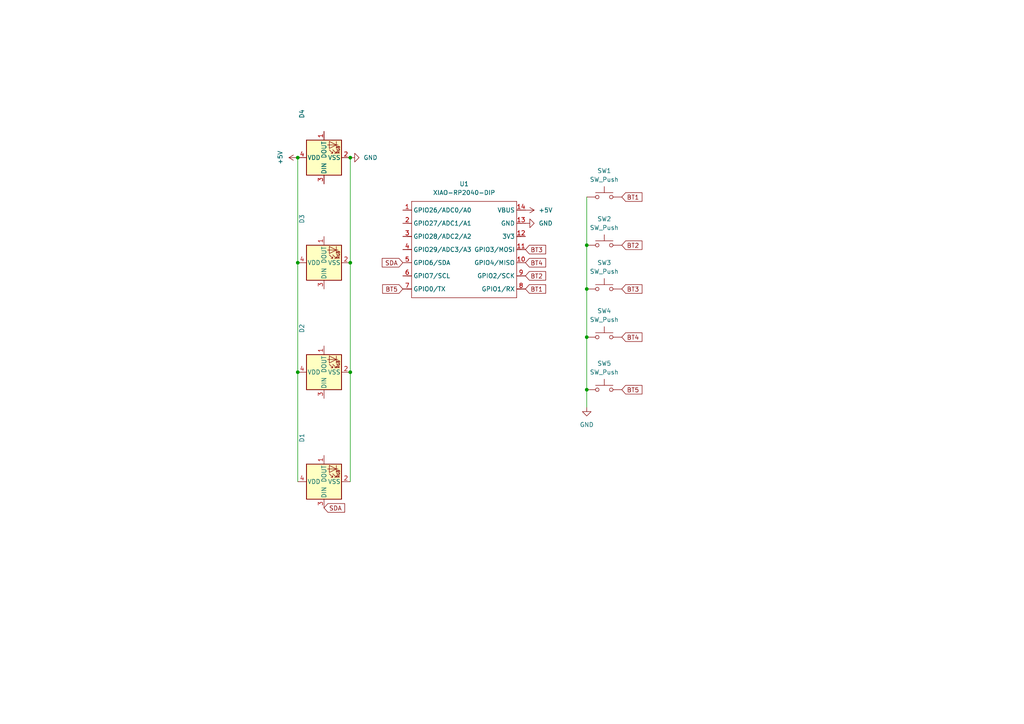
<source format=kicad_sch>
(kicad_sch
	(version 20250114)
	(generator "eeschema")
	(generator_version "9.0")
	(uuid "f557010d-243e-45e5-8303-2dd61c060e0f")
	(paper "A4")
	(lib_symbols
		(symbol "LED:SK6812MINI"
			(pin_names
				(offset 0.254)
			)
			(exclude_from_sim no)
			(in_bom yes)
			(on_board yes)
			(property "Reference" "D"
				(at 5.08 5.715 0)
				(effects
					(font
						(size 1.27 1.27)
					)
					(justify right bottom)
				)
			)
			(property "Value" "SK6812MINI"
				(at 1.27 -5.715 0)
				(effects
					(font
						(size 1.27 1.27)
					)
					(justify left top)
				)
			)
			(property "Footprint" "LED_SMD:LED_SK6812MINI_PLCC4_3.5x3.5mm_P1.75mm"
				(at 1.27 -7.62 0)
				(effects
					(font
						(size 1.27 1.27)
					)
					(justify left top)
					(hide yes)
				)
			)
			(property "Datasheet" "https://cdn-shop.adafruit.com/product-files/2686/SK6812MINI_REV.01-1-2.pdf"
				(at 2.54 -9.525 0)
				(effects
					(font
						(size 1.27 1.27)
					)
					(justify left top)
					(hide yes)
				)
			)
			(property "Description" "RGB LED with integrated controller"
				(at 0 0 0)
				(effects
					(font
						(size 1.27 1.27)
					)
					(hide yes)
				)
			)
			(property "ki_keywords" "RGB LED NeoPixel Mini addressable"
				(at 0 0 0)
				(effects
					(font
						(size 1.27 1.27)
					)
					(hide yes)
				)
			)
			(property "ki_fp_filters" "LED*SK6812MINI*PLCC*3.5x3.5mm*P1.75mm*"
				(at 0 0 0)
				(effects
					(font
						(size 1.27 1.27)
					)
					(hide yes)
				)
			)
			(symbol "SK6812MINI_0_0"
				(text "RGB"
					(at 2.286 -4.191 0)
					(effects
						(font
							(size 0.762 0.762)
						)
					)
				)
			)
			(symbol "SK6812MINI_0_1"
				(polyline
					(pts
						(xy 1.27 -2.54) (xy 1.778 -2.54)
					)
					(stroke
						(width 0)
						(type default)
					)
					(fill
						(type none)
					)
				)
				(polyline
					(pts
						(xy 1.27 -3.556) (xy 1.778 -3.556)
					)
					(stroke
						(width 0)
						(type default)
					)
					(fill
						(type none)
					)
				)
				(polyline
					(pts
						(xy 2.286 -1.524) (xy 1.27 -2.54) (xy 1.27 -2.032)
					)
					(stroke
						(width 0)
						(type default)
					)
					(fill
						(type none)
					)
				)
				(polyline
					(pts
						(xy 2.286 -2.54) (xy 1.27 -3.556) (xy 1.27 -3.048)
					)
					(stroke
						(width 0)
						(type default)
					)
					(fill
						(type none)
					)
				)
				(polyline
					(pts
						(xy 3.683 -1.016) (xy 3.683 -3.556) (xy 3.683 -4.064)
					)
					(stroke
						(width 0)
						(type default)
					)
					(fill
						(type none)
					)
				)
				(polyline
					(pts
						(xy 4.699 -1.524) (xy 2.667 -1.524) (xy 3.683 -3.556) (xy 4.699 -1.524)
					)
					(stroke
						(width 0)
						(type default)
					)
					(fill
						(type none)
					)
				)
				(polyline
					(pts
						(xy 4.699 -3.556) (xy 2.667 -3.556)
					)
					(stroke
						(width 0)
						(type default)
					)
					(fill
						(type none)
					)
				)
				(rectangle
					(start 5.08 5.08)
					(end -5.08 -5.08)
					(stroke
						(width 0.254)
						(type default)
					)
					(fill
						(type background)
					)
				)
			)
			(symbol "SK6812MINI_1_1"
				(pin input line
					(at -7.62 0 0)
					(length 2.54)
					(name "DIN"
						(effects
							(font
								(size 1.27 1.27)
							)
						)
					)
					(number "3"
						(effects
							(font
								(size 1.27 1.27)
							)
						)
					)
				)
				(pin power_in line
					(at 0 7.62 270)
					(length 2.54)
					(name "VDD"
						(effects
							(font
								(size 1.27 1.27)
							)
						)
					)
					(number "4"
						(effects
							(font
								(size 1.27 1.27)
							)
						)
					)
				)
				(pin power_in line
					(at 0 -7.62 90)
					(length 2.54)
					(name "VSS"
						(effects
							(font
								(size 1.27 1.27)
							)
						)
					)
					(number "2"
						(effects
							(font
								(size 1.27 1.27)
							)
						)
					)
				)
				(pin output line
					(at 7.62 0 180)
					(length 2.54)
					(name "DOUT"
						(effects
							(font
								(size 1.27 1.27)
							)
						)
					)
					(number "1"
						(effects
							(font
								(size 1.27 1.27)
							)
						)
					)
				)
			)
			(embedded_fonts no)
		)
		(symbol "Seeed_Studio_XIAO_Series:XIAO-RP2040-DIP"
			(exclude_from_sim no)
			(in_bom yes)
			(on_board yes)
			(property "Reference" "U"
				(at 0 0 0)
				(effects
					(font
						(size 1.27 1.27)
					)
				)
			)
			(property "Value" "XIAO-RP2040-DIP"
				(at 5.334 -1.778 0)
				(effects
					(font
						(size 1.27 1.27)
					)
				)
			)
			(property "Footprint" "Module:MOUDLE14P-XIAO-DIP-SMD"
				(at 14.478 -32.258 0)
				(effects
					(font
						(size 1.27 1.27)
					)
					(hide yes)
				)
			)
			(property "Datasheet" ""
				(at 0 0 0)
				(effects
					(font
						(size 1.27 1.27)
					)
					(hide yes)
				)
			)
			(property "Description" ""
				(at 0 0 0)
				(effects
					(font
						(size 1.27 1.27)
					)
					(hide yes)
				)
			)
			(symbol "XIAO-RP2040-DIP_1_0"
				(polyline
					(pts
						(xy -1.27 -2.54) (xy 29.21 -2.54)
					)
					(stroke
						(width 0.1524)
						(type solid)
					)
					(fill
						(type none)
					)
				)
				(polyline
					(pts
						(xy -1.27 -5.08) (xy -2.54 -5.08)
					)
					(stroke
						(width 0.1524)
						(type solid)
					)
					(fill
						(type none)
					)
				)
				(polyline
					(pts
						(xy -1.27 -5.08) (xy -1.27 -2.54)
					)
					(stroke
						(width 0.1524)
						(type solid)
					)
					(fill
						(type none)
					)
				)
				(polyline
					(pts
						(xy -1.27 -8.89) (xy -2.54 -8.89)
					)
					(stroke
						(width 0.1524)
						(type solid)
					)
					(fill
						(type none)
					)
				)
				(polyline
					(pts
						(xy -1.27 -8.89) (xy -1.27 -5.08)
					)
					(stroke
						(width 0.1524)
						(type solid)
					)
					(fill
						(type none)
					)
				)
				(polyline
					(pts
						(xy -1.27 -12.7) (xy -2.54 -12.7)
					)
					(stroke
						(width 0.1524)
						(type solid)
					)
					(fill
						(type none)
					)
				)
				(polyline
					(pts
						(xy -1.27 -12.7) (xy -1.27 -8.89)
					)
					(stroke
						(width 0.1524)
						(type solid)
					)
					(fill
						(type none)
					)
				)
				(polyline
					(pts
						(xy -1.27 -16.51) (xy -2.54 -16.51)
					)
					(stroke
						(width 0.1524)
						(type solid)
					)
					(fill
						(type none)
					)
				)
				(polyline
					(pts
						(xy -1.27 -16.51) (xy -1.27 -12.7)
					)
					(stroke
						(width 0.1524)
						(type solid)
					)
					(fill
						(type none)
					)
				)
				(polyline
					(pts
						(xy -1.27 -20.32) (xy -2.54 -20.32)
					)
					(stroke
						(width 0.1524)
						(type solid)
					)
					(fill
						(type none)
					)
				)
				(polyline
					(pts
						(xy -1.27 -24.13) (xy -2.54 -24.13)
					)
					(stroke
						(width 0.1524)
						(type solid)
					)
					(fill
						(type none)
					)
				)
				(polyline
					(pts
						(xy -1.27 -27.94) (xy -2.54 -27.94)
					)
					(stroke
						(width 0.1524)
						(type solid)
					)
					(fill
						(type none)
					)
				)
				(polyline
					(pts
						(xy -1.27 -30.48) (xy -1.27 -16.51)
					)
					(stroke
						(width 0.1524)
						(type solid)
					)
					(fill
						(type none)
					)
				)
				(polyline
					(pts
						(xy 29.21 -2.54) (xy 29.21 -5.08)
					)
					(stroke
						(width 0.1524)
						(type solid)
					)
					(fill
						(type none)
					)
				)
				(polyline
					(pts
						(xy 29.21 -5.08) (xy 29.21 -8.89)
					)
					(stroke
						(width 0.1524)
						(type solid)
					)
					(fill
						(type none)
					)
				)
				(polyline
					(pts
						(xy 29.21 -8.89) (xy 29.21 -12.7)
					)
					(stroke
						(width 0.1524)
						(type solid)
					)
					(fill
						(type none)
					)
				)
				(polyline
					(pts
						(xy 29.21 -12.7) (xy 29.21 -30.48)
					)
					(stroke
						(width 0.1524)
						(type solid)
					)
					(fill
						(type none)
					)
				)
				(polyline
					(pts
						(xy 29.21 -30.48) (xy -1.27 -30.48)
					)
					(stroke
						(width 0.1524)
						(type solid)
					)
					(fill
						(type none)
					)
				)
				(polyline
					(pts
						(xy 30.48 -5.08) (xy 29.21 -5.08)
					)
					(stroke
						(width 0.1524)
						(type solid)
					)
					(fill
						(type none)
					)
				)
				(polyline
					(pts
						(xy 30.48 -8.89) (xy 29.21 -8.89)
					)
					(stroke
						(width 0.1524)
						(type solid)
					)
					(fill
						(type none)
					)
				)
				(polyline
					(pts
						(xy 30.48 -12.7) (xy 29.21 -12.7)
					)
					(stroke
						(width 0.1524)
						(type solid)
					)
					(fill
						(type none)
					)
				)
				(polyline
					(pts
						(xy 30.48 -16.51) (xy 29.21 -16.51)
					)
					(stroke
						(width 0.1524)
						(type solid)
					)
					(fill
						(type none)
					)
				)
				(polyline
					(pts
						(xy 30.48 -20.32) (xy 29.21 -20.32)
					)
					(stroke
						(width 0.1524)
						(type solid)
					)
					(fill
						(type none)
					)
				)
				(polyline
					(pts
						(xy 30.48 -24.13) (xy 29.21 -24.13)
					)
					(stroke
						(width 0.1524)
						(type solid)
					)
					(fill
						(type none)
					)
				)
				(polyline
					(pts
						(xy 30.48 -27.94) (xy 29.21 -27.94)
					)
					(stroke
						(width 0.1524)
						(type solid)
					)
					(fill
						(type none)
					)
				)
				(pin passive line
					(at -3.81 -5.08 0)
					(length 2.54)
					(name "GPIO26/ADC0/A0"
						(effects
							(font
								(size 1.27 1.27)
							)
						)
					)
					(number "1"
						(effects
							(font
								(size 1.27 1.27)
							)
						)
					)
				)
				(pin passive line
					(at -3.81 -8.89 0)
					(length 2.54)
					(name "GPIO27/ADC1/A1"
						(effects
							(font
								(size 1.27 1.27)
							)
						)
					)
					(number "2"
						(effects
							(font
								(size 1.27 1.27)
							)
						)
					)
				)
				(pin passive line
					(at -3.81 -12.7 0)
					(length 2.54)
					(name "GPIO28/ADC2/A2"
						(effects
							(font
								(size 1.27 1.27)
							)
						)
					)
					(number "3"
						(effects
							(font
								(size 1.27 1.27)
							)
						)
					)
				)
				(pin passive line
					(at -3.81 -16.51 0)
					(length 2.54)
					(name "GPIO29/ADC3/A3"
						(effects
							(font
								(size 1.27 1.27)
							)
						)
					)
					(number "4"
						(effects
							(font
								(size 1.27 1.27)
							)
						)
					)
				)
				(pin passive line
					(at -3.81 -20.32 0)
					(length 2.54)
					(name "GPIO6/SDA"
						(effects
							(font
								(size 1.27 1.27)
							)
						)
					)
					(number "5"
						(effects
							(font
								(size 1.27 1.27)
							)
						)
					)
				)
				(pin passive line
					(at -3.81 -24.13 0)
					(length 2.54)
					(name "GPIO7/SCL"
						(effects
							(font
								(size 1.27 1.27)
							)
						)
					)
					(number "6"
						(effects
							(font
								(size 1.27 1.27)
							)
						)
					)
				)
				(pin passive line
					(at -3.81 -27.94 0)
					(length 2.54)
					(name "GPIO0/TX"
						(effects
							(font
								(size 1.27 1.27)
							)
						)
					)
					(number "7"
						(effects
							(font
								(size 1.27 1.27)
							)
						)
					)
				)
				(pin passive line
					(at 31.75 -5.08 180)
					(length 2.54)
					(name "VBUS"
						(effects
							(font
								(size 1.27 1.27)
							)
						)
					)
					(number "14"
						(effects
							(font
								(size 1.27 1.27)
							)
						)
					)
				)
				(pin passive line
					(at 31.75 -8.89 180)
					(length 2.54)
					(name "GND"
						(effects
							(font
								(size 1.27 1.27)
							)
						)
					)
					(number "13"
						(effects
							(font
								(size 1.27 1.27)
							)
						)
					)
				)
				(pin passive line
					(at 31.75 -12.7 180)
					(length 2.54)
					(name "3V3"
						(effects
							(font
								(size 1.27 1.27)
							)
						)
					)
					(number "12"
						(effects
							(font
								(size 1.27 1.27)
							)
						)
					)
				)
				(pin passive line
					(at 31.75 -16.51 180)
					(length 2.54)
					(name "GPIO3/MOSI"
						(effects
							(font
								(size 1.27 1.27)
							)
						)
					)
					(number "11"
						(effects
							(font
								(size 1.27 1.27)
							)
						)
					)
				)
				(pin passive line
					(at 31.75 -20.32 180)
					(length 2.54)
					(name "GPIO4/MISO"
						(effects
							(font
								(size 1.27 1.27)
							)
						)
					)
					(number "10"
						(effects
							(font
								(size 1.27 1.27)
							)
						)
					)
				)
				(pin passive line
					(at 31.75 -24.13 180)
					(length 2.54)
					(name "GPIO2/SCK"
						(effects
							(font
								(size 1.27 1.27)
							)
						)
					)
					(number "9"
						(effects
							(font
								(size 1.27 1.27)
							)
						)
					)
				)
				(pin passive line
					(at 31.75 -27.94 180)
					(length 2.54)
					(name "GPIO1/RX"
						(effects
							(font
								(size 1.27 1.27)
							)
						)
					)
					(number "8"
						(effects
							(font
								(size 1.27 1.27)
							)
						)
					)
				)
			)
			(embedded_fonts no)
		)
		(symbol "Switch:SW_Push"
			(pin_numbers
				(hide yes)
			)
			(pin_names
				(offset 1.016)
				(hide yes)
			)
			(exclude_from_sim no)
			(in_bom yes)
			(on_board yes)
			(property "Reference" "SW"
				(at 1.27 2.54 0)
				(effects
					(font
						(size 1.27 1.27)
					)
					(justify left)
				)
			)
			(property "Value" "SW_Push"
				(at 0 -1.524 0)
				(effects
					(font
						(size 1.27 1.27)
					)
				)
			)
			(property "Footprint" ""
				(at 0 5.08 0)
				(effects
					(font
						(size 1.27 1.27)
					)
					(hide yes)
				)
			)
			(property "Datasheet" "~"
				(at 0 5.08 0)
				(effects
					(font
						(size 1.27 1.27)
					)
					(hide yes)
				)
			)
			(property "Description" "Push button switch, generic, two pins"
				(at 0 0 0)
				(effects
					(font
						(size 1.27 1.27)
					)
					(hide yes)
				)
			)
			(property "ki_keywords" "switch normally-open pushbutton push-button"
				(at 0 0 0)
				(effects
					(font
						(size 1.27 1.27)
					)
					(hide yes)
				)
			)
			(symbol "SW_Push_0_1"
				(circle
					(center -2.032 0)
					(radius 0.508)
					(stroke
						(width 0)
						(type default)
					)
					(fill
						(type none)
					)
				)
				(polyline
					(pts
						(xy 0 1.27) (xy 0 3.048)
					)
					(stroke
						(width 0)
						(type default)
					)
					(fill
						(type none)
					)
				)
				(circle
					(center 2.032 0)
					(radius 0.508)
					(stroke
						(width 0)
						(type default)
					)
					(fill
						(type none)
					)
				)
				(polyline
					(pts
						(xy 2.54 1.27) (xy -2.54 1.27)
					)
					(stroke
						(width 0)
						(type default)
					)
					(fill
						(type none)
					)
				)
				(pin passive line
					(at -5.08 0 0)
					(length 2.54)
					(name "1"
						(effects
							(font
								(size 1.27 1.27)
							)
						)
					)
					(number "1"
						(effects
							(font
								(size 1.27 1.27)
							)
						)
					)
				)
				(pin passive line
					(at 5.08 0 180)
					(length 2.54)
					(name "2"
						(effects
							(font
								(size 1.27 1.27)
							)
						)
					)
					(number "2"
						(effects
							(font
								(size 1.27 1.27)
							)
						)
					)
				)
			)
			(embedded_fonts no)
		)
		(symbol "power:+5V"
			(power)
			(pin_numbers
				(hide yes)
			)
			(pin_names
				(offset 0)
				(hide yes)
			)
			(exclude_from_sim no)
			(in_bom yes)
			(on_board yes)
			(property "Reference" "#PWR"
				(at 0 -3.81 0)
				(effects
					(font
						(size 1.27 1.27)
					)
					(hide yes)
				)
			)
			(property "Value" "+5V"
				(at 0 3.556 0)
				(effects
					(font
						(size 1.27 1.27)
					)
				)
			)
			(property "Footprint" ""
				(at 0 0 0)
				(effects
					(font
						(size 1.27 1.27)
					)
					(hide yes)
				)
			)
			(property "Datasheet" ""
				(at 0 0 0)
				(effects
					(font
						(size 1.27 1.27)
					)
					(hide yes)
				)
			)
			(property "Description" "Power symbol creates a global label with name \"+5V\""
				(at 0 0 0)
				(effects
					(font
						(size 1.27 1.27)
					)
					(hide yes)
				)
			)
			(property "ki_keywords" "global power"
				(at 0 0 0)
				(effects
					(font
						(size 1.27 1.27)
					)
					(hide yes)
				)
			)
			(symbol "+5V_0_1"
				(polyline
					(pts
						(xy -0.762 1.27) (xy 0 2.54)
					)
					(stroke
						(width 0)
						(type default)
					)
					(fill
						(type none)
					)
				)
				(polyline
					(pts
						(xy 0 2.54) (xy 0.762 1.27)
					)
					(stroke
						(width 0)
						(type default)
					)
					(fill
						(type none)
					)
				)
				(polyline
					(pts
						(xy 0 0) (xy 0 2.54)
					)
					(stroke
						(width 0)
						(type default)
					)
					(fill
						(type none)
					)
				)
			)
			(symbol "+5V_1_1"
				(pin power_in line
					(at 0 0 90)
					(length 0)
					(name "~"
						(effects
							(font
								(size 1.27 1.27)
							)
						)
					)
					(number "1"
						(effects
							(font
								(size 1.27 1.27)
							)
						)
					)
				)
			)
			(embedded_fonts no)
		)
		(symbol "power:GND"
			(power)
			(pin_numbers
				(hide yes)
			)
			(pin_names
				(offset 0)
				(hide yes)
			)
			(exclude_from_sim no)
			(in_bom yes)
			(on_board yes)
			(property "Reference" "#PWR"
				(at 0 -6.35 0)
				(effects
					(font
						(size 1.27 1.27)
					)
					(hide yes)
				)
			)
			(property "Value" "GND"
				(at 0 -3.81 0)
				(effects
					(font
						(size 1.27 1.27)
					)
				)
			)
			(property "Footprint" ""
				(at 0 0 0)
				(effects
					(font
						(size 1.27 1.27)
					)
					(hide yes)
				)
			)
			(property "Datasheet" ""
				(at 0 0 0)
				(effects
					(font
						(size 1.27 1.27)
					)
					(hide yes)
				)
			)
			(property "Description" "Power symbol creates a global label with name \"GND\" , ground"
				(at 0 0 0)
				(effects
					(font
						(size 1.27 1.27)
					)
					(hide yes)
				)
			)
			(property "ki_keywords" "global power"
				(at 0 0 0)
				(effects
					(font
						(size 1.27 1.27)
					)
					(hide yes)
				)
			)
			(symbol "GND_0_1"
				(polyline
					(pts
						(xy 0 0) (xy 0 -1.27) (xy 1.27 -1.27) (xy 0 -2.54) (xy -1.27 -1.27) (xy 0 -1.27)
					)
					(stroke
						(width 0)
						(type default)
					)
					(fill
						(type none)
					)
				)
			)
			(symbol "GND_1_1"
				(pin power_in line
					(at 0 0 270)
					(length 0)
					(name "~"
						(effects
							(font
								(size 1.27 1.27)
							)
						)
					)
					(number "1"
						(effects
							(font
								(size 1.27 1.27)
							)
						)
					)
				)
			)
			(embedded_fonts no)
		)
	)
	(junction
		(at 170.18 113.03)
		(diameter 0)
		(color 0 0 0 0)
		(uuid "32455643-b7a1-48f8-a2cf-7aa69c552a47")
	)
	(junction
		(at 170.18 97.79)
		(diameter 0)
		(color 0 0 0 0)
		(uuid "79f3fd07-5362-4f82-a64e-c41e7055d6e3")
	)
	(junction
		(at 101.6 76.2)
		(diameter 0)
		(color 0 0 0 0)
		(uuid "7de309ed-9414-4b2a-8e10-a9667241ace5")
	)
	(junction
		(at 86.36 107.95)
		(diameter 0)
		(color 0 0 0 0)
		(uuid "9734ca7b-d1e8-4ead-a9b7-e392493dd43e")
	)
	(junction
		(at 86.36 45.72)
		(diameter 0)
		(color 0 0 0 0)
		(uuid "bba7d699-1d28-4d0a-9362-b853e01717f8")
	)
	(junction
		(at 170.18 83.82)
		(diameter 0)
		(color 0 0 0 0)
		(uuid "becf8510-b92d-4558-b495-9416cdd8f20c")
	)
	(junction
		(at 86.36 76.2)
		(diameter 0)
		(color 0 0 0 0)
		(uuid "bedbb56c-33af-44f4-b02d-501cf27a9617")
	)
	(junction
		(at 170.18 71.12)
		(diameter 0)
		(color 0 0 0 0)
		(uuid "d2cde133-2090-4e75-8ab9-481b41b32ae8")
	)
	(junction
		(at 101.6 45.72)
		(diameter 0)
		(color 0 0 0 0)
		(uuid "db5f8b7f-eab6-4f92-a722-09916b665f9f")
	)
	(junction
		(at 101.6 107.95)
		(diameter 0)
		(color 0 0 0 0)
		(uuid "f7bc7366-2e0c-465b-9e18-c7fe7e3a154e")
	)
	(wire
		(pts
			(xy 170.18 71.12) (xy 170.18 83.82)
		)
		(stroke
			(width 0)
			(type default)
		)
		(uuid "0248782c-45c6-4909-9914-c38782ec36f2")
	)
	(wire
		(pts
			(xy 170.18 113.03) (xy 170.18 118.11)
		)
		(stroke
			(width 0)
			(type default)
		)
		(uuid "0c3fb72d-f84d-42b5-ad01-7b2ee3675772")
	)
	(wire
		(pts
			(xy 101.6 139.7) (xy 101.6 107.95)
		)
		(stroke
			(width 0)
			(type default)
		)
		(uuid "16de28cc-ed1f-430f-b58b-104948e705d2")
	)
	(wire
		(pts
			(xy 170.18 57.15) (xy 170.18 71.12)
		)
		(stroke
			(width 0)
			(type default)
		)
		(uuid "1aa1b6db-12a0-40d1-9ad2-638048ac8cb8")
	)
	(wire
		(pts
			(xy 101.6 76.2) (xy 101.6 45.72)
		)
		(stroke
			(width 0)
			(type default)
		)
		(uuid "873c1ddc-e28d-4bf8-96b6-8df48c23e7db")
	)
	(wire
		(pts
			(xy 170.18 97.79) (xy 170.18 113.03)
		)
		(stroke
			(width 0)
			(type default)
		)
		(uuid "8d4f12be-8f97-4514-a160-31fe08ff13b9")
	)
	(wire
		(pts
			(xy 170.18 83.82) (xy 170.18 97.79)
		)
		(stroke
			(width 0)
			(type default)
		)
		(uuid "c0eee1a0-3bac-4144-80b4-b383e92bdb73")
	)
	(wire
		(pts
			(xy 101.6 107.95) (xy 101.6 76.2)
		)
		(stroke
			(width 0)
			(type default)
		)
		(uuid "c2ace2cb-4870-41e1-8a2c-7b4d27c2bb4c")
	)
	(wire
		(pts
			(xy 86.36 107.95) (xy 86.36 76.2)
		)
		(stroke
			(width 0)
			(type default)
		)
		(uuid "cc0be8d1-1f41-4177-ba81-8c634c7a9b6f")
	)
	(wire
		(pts
			(xy 86.36 139.7) (xy 86.36 107.95)
		)
		(stroke
			(width 0)
			(type default)
		)
		(uuid "d5b8f3b6-8abe-4ec2-8bb0-fecf85160228")
	)
	(wire
		(pts
			(xy 86.36 76.2) (xy 86.36 45.72)
		)
		(stroke
			(width 0)
			(type default)
		)
		(uuid "fea24c62-eed0-4373-9d8e-3e9a26a62689")
	)
	(global_label "SDA"
		(shape input)
		(at 116.84 76.2 180)
		(fields_autoplaced yes)
		(effects
			(font
				(size 1.27 1.27)
			)
			(justify right)
		)
		(uuid "0ca02632-8be9-41e7-9b60-7904fd175965")
		(property "Intersheetrefs" "${INTERSHEET_REFS}"
			(at 110.2867 76.2 0)
			(effects
				(font
					(size 1.27 1.27)
				)
				(justify right)
				(hide yes)
			)
		)
	)
	(global_label "BT3"
		(shape input)
		(at 152.4 72.39 0)
		(fields_autoplaced yes)
		(effects
			(font
				(size 1.27 1.27)
			)
			(justify left)
		)
		(uuid "15a97de4-6dff-47ef-98dc-df0d6c9cd2a3")
		(property "Intersheetrefs" "${INTERSHEET_REFS}"
			(at 158.8323 72.39 0)
			(effects
				(font
					(size 1.27 1.27)
				)
				(justify left)
				(hide yes)
			)
		)
	)
	(global_label "BT4"
		(shape input)
		(at 180.34 97.79 0)
		(fields_autoplaced yes)
		(effects
			(font
				(size 1.27 1.27)
			)
			(justify left)
		)
		(uuid "2f04fae5-9df0-4db0-8192-6ee19d8ad0dd")
		(property "Intersheetrefs" "${INTERSHEET_REFS}"
			(at 186.7723 97.79 0)
			(effects
				(font
					(size 1.27 1.27)
				)
				(justify left)
				(hide yes)
			)
		)
	)
	(global_label "BT3"
		(shape input)
		(at 180.34 83.82 0)
		(fields_autoplaced yes)
		(effects
			(font
				(size 1.27 1.27)
			)
			(justify left)
		)
		(uuid "35da7e6c-e866-4681-94fc-605d07473770")
		(property "Intersheetrefs" "${INTERSHEET_REFS}"
			(at 186.7723 83.82 0)
			(effects
				(font
					(size 1.27 1.27)
				)
				(justify left)
				(hide yes)
			)
		)
	)
	(global_label "BT2"
		(shape input)
		(at 152.4 80.01 0)
		(fields_autoplaced yes)
		(effects
			(font
				(size 1.27 1.27)
			)
			(justify left)
		)
		(uuid "3f0a4587-7c5c-4239-9bd3-5fb129a28915")
		(property "Intersheetrefs" "${INTERSHEET_REFS}"
			(at 158.8323 80.01 0)
			(effects
				(font
					(size 1.27 1.27)
				)
				(justify left)
				(hide yes)
			)
		)
	)
	(global_label "BT4"
		(shape input)
		(at 152.4 76.2 0)
		(fields_autoplaced yes)
		(effects
			(font
				(size 1.27 1.27)
			)
			(justify left)
		)
		(uuid "61cb5bee-6e41-4d68-bf43-53fdd2330152")
		(property "Intersheetrefs" "${INTERSHEET_REFS}"
			(at 158.8323 76.2 0)
			(effects
				(font
					(size 1.27 1.27)
				)
				(justify left)
				(hide yes)
			)
		)
	)
	(global_label "BT5"
		(shape input)
		(at 116.84 83.82 180)
		(fields_autoplaced yes)
		(effects
			(font
				(size 1.27 1.27)
			)
			(justify right)
		)
		(uuid "91b66a23-8039-44b7-a967-d0967ed1cfc5")
		(property "Intersheetrefs" "${INTERSHEET_REFS}"
			(at 110.4077 83.82 0)
			(effects
				(font
					(size 1.27 1.27)
				)
				(justify right)
				(hide yes)
			)
		)
	)
	(global_label "BT5"
		(shape input)
		(at 180.34 113.03 0)
		(fields_autoplaced yes)
		(effects
			(font
				(size 1.27 1.27)
			)
			(justify left)
		)
		(uuid "c52e8aaf-9903-4c4f-8ec0-5880c97d7932")
		(property "Intersheetrefs" "${INTERSHEET_REFS}"
			(at 186.7723 113.03 0)
			(effects
				(font
					(size 1.27 1.27)
				)
				(justify left)
				(hide yes)
			)
		)
	)
	(global_label "BT2"
		(shape input)
		(at 180.34 71.12 0)
		(fields_autoplaced yes)
		(effects
			(font
				(size 1.27 1.27)
			)
			(justify left)
		)
		(uuid "cca40634-de47-4ea4-92c5-f30a1b699a88")
		(property "Intersheetrefs" "${INTERSHEET_REFS}"
			(at 186.7723 71.12 0)
			(effects
				(font
					(size 1.27 1.27)
				)
				(justify left)
				(hide yes)
			)
		)
	)
	(global_label "BT1"
		(shape input)
		(at 152.4 83.82 0)
		(fields_autoplaced yes)
		(effects
			(font
				(size 1.27 1.27)
			)
			(justify left)
		)
		(uuid "f420952a-0ff0-4cac-b0ed-12d576bfd0c4")
		(property "Intersheetrefs" "${INTERSHEET_REFS}"
			(at 158.8323 83.82 0)
			(effects
				(font
					(size 1.27 1.27)
				)
				(justify left)
				(hide yes)
			)
		)
	)
	(global_label "SDA"
		(shape input)
		(at 93.98 147.32 0)
		(fields_autoplaced yes)
		(effects
			(font
				(size 1.27 1.27)
			)
			(justify left)
		)
		(uuid "f4406a6a-f6f1-4084-9f2c-9d0cf54f85fd")
		(property "Intersheetrefs" "${INTERSHEET_REFS}"
			(at 100.5333 147.32 0)
			(effects
				(font
					(size 1.27 1.27)
				)
				(justify left)
				(hide yes)
			)
		)
	)
	(global_label "BT1"
		(shape input)
		(at 180.34 57.15 0)
		(fields_autoplaced yes)
		(effects
			(font
				(size 1.27 1.27)
			)
			(justify left)
		)
		(uuid "f4b39482-b063-4203-acf1-028e03419ea2")
		(property "Intersheetrefs" "${INTERSHEET_REFS}"
			(at 186.7723 57.15 0)
			(effects
				(font
					(size 1.27 1.27)
				)
				(justify left)
				(hide yes)
			)
		)
	)
	(symbol
		(lib_id "LED:SK6812MINI")
		(at 93.98 45.72 90)
		(unit 1)
		(exclude_from_sim no)
		(in_bom yes)
		(on_board yes)
		(dnp no)
		(fields_autoplaced yes)
		(uuid "13b4f5ed-716d-44ec-8c22-f66f0817ba0d")
		(property "Reference" "D4"
			(at 87.5598 33.02 0)
			(effects
				(font
					(size 1.27 1.27)
				)
			)
		)
		(property "Value" "SK6812MINI"
			(at 90.0998 33.02 0)
			(effects
				(font
					(size 1.27 1.27)
				)
				(hide yes)
			)
		)
		(property "Footprint" "LED_SMD:LED_SK6812MINI_PLCC4_3.5x3.5mm_P1.75mm"
			(at 101.6 44.45 0)
			(effects
				(font
					(size 1.27 1.27)
				)
				(justify left top)
				(hide yes)
			)
		)
		(property "Datasheet" "https://cdn-shop.adafruit.com/product-files/2686/SK6812MINI_REV.01-1-2.pdf"
			(at 103.505 43.18 0)
			(effects
				(font
					(size 1.27 1.27)
				)
				(justify left top)
				(hide yes)
			)
		)
		(property "Description" "RGB LED with integrated controller"
			(at 93.98 45.72 0)
			(effects
				(font
					(size 1.27 1.27)
				)
				(hide yes)
			)
		)
		(pin "4"
			(uuid "f77483ed-7089-44e4-b24c-8187b0f078c0")
		)
		(pin "2"
			(uuid "6d6db134-f14f-49ee-b853-d6858613950a")
		)
		(pin "3"
			(uuid "70d4fd90-9602-42cb-b179-1f8ab94c7d23")
		)
		(pin "1"
			(uuid "35679230-ee6e-4f14-9a13-31997db772ed")
		)
		(instances
			(project "TotemPad"
				(path "/f557010d-243e-45e5-8303-2dd61c060e0f"
					(reference "D4")
					(unit 1)
				)
			)
		)
	)
	(symbol
		(lib_id "LED:SK6812MINI")
		(at 93.98 139.7 90)
		(unit 1)
		(exclude_from_sim no)
		(in_bom yes)
		(on_board yes)
		(dnp no)
		(fields_autoplaced yes)
		(uuid "1a9340c2-fc45-4206-a769-84abc497d548")
		(property "Reference" "D1"
			(at 87.5598 127 0)
			(effects
				(font
					(size 1.27 1.27)
				)
			)
		)
		(property "Value" "SK6812MINI"
			(at 90.0998 127 0)
			(effects
				(font
					(size 1.27 1.27)
				)
				(hide yes)
			)
		)
		(property "Footprint" "LED_SMD:LED_SK6812MINI_PLCC4_3.5x3.5mm_P1.75mm"
			(at 101.6 138.43 0)
			(effects
				(font
					(size 1.27 1.27)
				)
				(justify left top)
				(hide yes)
			)
		)
		(property "Datasheet" "https://cdn-shop.adafruit.com/product-files/2686/SK6812MINI_REV.01-1-2.pdf"
			(at 103.505 137.16 0)
			(effects
				(font
					(size 1.27 1.27)
				)
				(justify left top)
				(hide yes)
			)
		)
		(property "Description" "RGB LED with integrated controller"
			(at 93.98 139.7 0)
			(effects
				(font
					(size 1.27 1.27)
				)
				(hide yes)
			)
		)
		(pin "4"
			(uuid "da0316ca-980b-4b6d-8517-c25f28e577a0")
		)
		(pin "2"
			(uuid "2e8bf9f0-842c-408a-95ff-f3340601930d")
		)
		(pin "3"
			(uuid "dd86bac8-0b70-4897-95f5-4c022d2ce0c2")
		)
		(pin "1"
			(uuid "5c5801a3-8c8d-4854-ab68-857557a1a4f7")
		)
		(instances
			(project ""
				(path "/f557010d-243e-45e5-8303-2dd61c060e0f"
					(reference "D1")
					(unit 1)
				)
			)
		)
	)
	(symbol
		(lib_id "power:GND")
		(at 152.4 64.77 90)
		(unit 1)
		(exclude_from_sim no)
		(in_bom yes)
		(on_board yes)
		(dnp no)
		(fields_autoplaced yes)
		(uuid "2522a80c-952e-4c2c-9654-6b78c70a7368")
		(property "Reference" "#PWR04"
			(at 158.75 64.77 0)
			(effects
				(font
					(size 1.27 1.27)
				)
				(hide yes)
			)
		)
		(property "Value" "GND"
			(at 156.21 64.7699 90)
			(effects
				(font
					(size 1.27 1.27)
				)
				(justify right)
			)
		)
		(property "Footprint" ""
			(at 152.4 64.77 0)
			(effects
				(font
					(size 1.27 1.27)
				)
				(hide yes)
			)
		)
		(property "Datasheet" ""
			(at 152.4 64.77 0)
			(effects
				(font
					(size 1.27 1.27)
				)
				(hide yes)
			)
		)
		(property "Description" "Power symbol creates a global label with name \"GND\" , ground"
			(at 152.4 64.77 0)
			(effects
				(font
					(size 1.27 1.27)
				)
				(hide yes)
			)
		)
		(pin "1"
			(uuid "c3b33191-7559-49b8-a56a-b53442939cf2")
		)
		(instances
			(project ""
				(path "/f557010d-243e-45e5-8303-2dd61c060e0f"
					(reference "#PWR04")
					(unit 1)
				)
			)
		)
	)
	(symbol
		(lib_id "power:GND")
		(at 170.18 118.11 0)
		(unit 1)
		(exclude_from_sim no)
		(in_bom yes)
		(on_board yes)
		(dnp no)
		(fields_autoplaced yes)
		(uuid "298f0105-e9ea-43c0-9cbf-45f7dac9decb")
		(property "Reference" "#PWR03"
			(at 170.18 124.46 0)
			(effects
				(font
					(size 1.27 1.27)
				)
				(hide yes)
			)
		)
		(property "Value" "GND"
			(at 170.18 123.19 0)
			(effects
				(font
					(size 1.27 1.27)
				)
			)
		)
		(property "Footprint" ""
			(at 170.18 118.11 0)
			(effects
				(font
					(size 1.27 1.27)
				)
				(hide yes)
			)
		)
		(property "Datasheet" ""
			(at 170.18 118.11 0)
			(effects
				(font
					(size 1.27 1.27)
				)
				(hide yes)
			)
		)
		(property "Description" "Power symbol creates a global label with name \"GND\" , ground"
			(at 170.18 118.11 0)
			(effects
				(font
					(size 1.27 1.27)
				)
				(hide yes)
			)
		)
		(pin "1"
			(uuid "73f14dfc-684f-4bb7-abf1-c9c817797d9c")
		)
		(instances
			(project ""
				(path "/f557010d-243e-45e5-8303-2dd61c060e0f"
					(reference "#PWR03")
					(unit 1)
				)
			)
		)
	)
	(symbol
		(lib_id "Switch:SW_Push")
		(at 175.26 83.82 0)
		(unit 1)
		(exclude_from_sim no)
		(in_bom yes)
		(on_board yes)
		(dnp no)
		(fields_autoplaced yes)
		(uuid "29b96111-9da9-4196-b5df-3699c7c3171e")
		(property "Reference" "SW3"
			(at 175.26 76.2 0)
			(effects
				(font
					(size 1.27 1.27)
				)
			)
		)
		(property "Value" "SW_Push"
			(at 175.26 78.74 0)
			(effects
				(font
					(size 1.27 1.27)
				)
			)
		)
		(property "Footprint" "Button_Switch_Keyboard:SW_Cherry_MX_1.00u_PCB"
			(at 175.26 78.74 0)
			(effects
				(font
					(size 1.27 1.27)
				)
				(hide yes)
			)
		)
		(property "Datasheet" "~"
			(at 175.26 78.74 0)
			(effects
				(font
					(size 1.27 1.27)
				)
				(hide yes)
			)
		)
		(property "Description" "Push button switch, generic, two pins"
			(at 175.26 83.82 0)
			(effects
				(font
					(size 1.27 1.27)
				)
				(hide yes)
			)
		)
		(pin "2"
			(uuid "199ba846-a72b-420b-9bb1-d0be5b41f2ff")
		)
		(pin "1"
			(uuid "5411b3c2-9f5c-4cb9-8113-968f19c82b26")
		)
		(instances
			(project "TotemPad"
				(path "/f557010d-243e-45e5-8303-2dd61c060e0f"
					(reference "SW3")
					(unit 1)
				)
			)
		)
	)
	(symbol
		(lib_id "Switch:SW_Push")
		(at 175.26 57.15 0)
		(unit 1)
		(exclude_from_sim no)
		(in_bom yes)
		(on_board yes)
		(dnp no)
		(fields_autoplaced yes)
		(uuid "3f66aa48-cdac-4d37-a48d-2a370a1aaf53")
		(property "Reference" "SW1"
			(at 175.26 49.53 0)
			(effects
				(font
					(size 1.27 1.27)
				)
			)
		)
		(property "Value" "SW_Push"
			(at 175.26 52.07 0)
			(effects
				(font
					(size 1.27 1.27)
				)
			)
		)
		(property "Footprint" "Button_Switch_Keyboard:SW_Cherry_MX_1.00u_PCB"
			(at 175.26 52.07 0)
			(effects
				(font
					(size 1.27 1.27)
				)
				(hide yes)
			)
		)
		(property "Datasheet" "~"
			(at 175.26 52.07 0)
			(effects
				(font
					(size 1.27 1.27)
				)
				(hide yes)
			)
		)
		(property "Description" "Push button switch, generic, two pins"
			(at 175.26 57.15 0)
			(effects
				(font
					(size 1.27 1.27)
				)
				(hide yes)
			)
		)
		(pin "2"
			(uuid "6b7f2753-0291-4171-b743-b981c16ea67d")
		)
		(pin "1"
			(uuid "de3d5bef-13d2-4ad2-aa04-bb41354c9173")
		)
		(instances
			(project ""
				(path "/f557010d-243e-45e5-8303-2dd61c060e0f"
					(reference "SW1")
					(unit 1)
				)
			)
		)
	)
	(symbol
		(lib_id "power:+5V")
		(at 86.36 45.72 90)
		(unit 1)
		(exclude_from_sim no)
		(in_bom yes)
		(on_board yes)
		(dnp no)
		(fields_autoplaced yes)
		(uuid "49cd3ff2-ea36-4f67-90c0-5fbaac15d6aa")
		(property "Reference" "#PWR02"
			(at 90.17 45.72 0)
			(effects
				(font
					(size 1.27 1.27)
				)
				(hide yes)
			)
		)
		(property "Value" "+5V"
			(at 81.28 45.72 0)
			(effects
				(font
					(size 1.27 1.27)
				)
			)
		)
		(property "Footprint" ""
			(at 86.36 45.72 0)
			(effects
				(font
					(size 1.27 1.27)
				)
				(hide yes)
			)
		)
		(property "Datasheet" ""
			(at 86.36 45.72 0)
			(effects
				(font
					(size 1.27 1.27)
				)
				(hide yes)
			)
		)
		(property "Description" "Power symbol creates a global label with name \"+5V\""
			(at 86.36 45.72 0)
			(effects
				(font
					(size 1.27 1.27)
				)
				(hide yes)
			)
		)
		(pin "1"
			(uuid "36e0fdd7-ed78-43ff-9607-e8cafdea01b8")
		)
		(instances
			(project "TotemPad"
				(path "/f557010d-243e-45e5-8303-2dd61c060e0f"
					(reference "#PWR02")
					(unit 1)
				)
			)
		)
	)
	(symbol
		(lib_id "LED:SK6812MINI")
		(at 93.98 76.2 90)
		(unit 1)
		(exclude_from_sim no)
		(in_bom yes)
		(on_board yes)
		(dnp no)
		(fields_autoplaced yes)
		(uuid "5a93de79-f75a-4006-a05b-b7a312d582fa")
		(property "Reference" "D3"
			(at 87.5598 63.5 0)
			(effects
				(font
					(size 1.27 1.27)
				)
			)
		)
		(property "Value" "SK6812MINI"
			(at 90.0998 63.5 0)
			(effects
				(font
					(size 1.27 1.27)
				)
				(hide yes)
			)
		)
		(property "Footprint" "LED_SMD:LED_SK6812MINI_PLCC4_3.5x3.5mm_P1.75mm"
			(at 101.6 74.93 0)
			(effects
				(font
					(size 1.27 1.27)
				)
				(justify left top)
				(hide yes)
			)
		)
		(property "Datasheet" "https://cdn-shop.adafruit.com/product-files/2686/SK6812MINI_REV.01-1-2.pdf"
			(at 103.505 73.66 0)
			(effects
				(font
					(size 1.27 1.27)
				)
				(justify left top)
				(hide yes)
			)
		)
		(property "Description" "RGB LED with integrated controller"
			(at 93.98 76.2 0)
			(effects
				(font
					(size 1.27 1.27)
				)
				(hide yes)
			)
		)
		(pin "4"
			(uuid "d264899e-5566-4d31-b896-f81ea1f2ad59")
		)
		(pin "2"
			(uuid "bc6f330a-c9f8-41e5-b43c-950e89a16944")
		)
		(pin "3"
			(uuid "655c91c7-1866-4060-9fe7-29e9c23591f5")
		)
		(pin "1"
			(uuid "636fe8a9-47c6-4feb-9a5d-1350b90e73df")
		)
		(instances
			(project "TotemPad"
				(path "/f557010d-243e-45e5-8303-2dd61c060e0f"
					(reference "D3")
					(unit 1)
				)
			)
		)
	)
	(symbol
		(lib_id "power:GND")
		(at 101.6 45.72 90)
		(unit 1)
		(exclude_from_sim no)
		(in_bom yes)
		(on_board yes)
		(dnp no)
		(fields_autoplaced yes)
		(uuid "5fb29709-f01b-4871-94be-bf5ee3d963c6")
		(property "Reference" "#PWR05"
			(at 107.95 45.72 0)
			(effects
				(font
					(size 1.27 1.27)
				)
				(hide yes)
			)
		)
		(property "Value" "GND"
			(at 105.41 45.7199 90)
			(effects
				(font
					(size 1.27 1.27)
				)
				(justify right)
			)
		)
		(property "Footprint" ""
			(at 101.6 45.72 0)
			(effects
				(font
					(size 1.27 1.27)
				)
				(hide yes)
			)
		)
		(property "Datasheet" ""
			(at 101.6 45.72 0)
			(effects
				(font
					(size 1.27 1.27)
				)
				(hide yes)
			)
		)
		(property "Description" "Power symbol creates a global label with name \"GND\" , ground"
			(at 101.6 45.72 0)
			(effects
				(font
					(size 1.27 1.27)
				)
				(hide yes)
			)
		)
		(pin "1"
			(uuid "0a66cc87-1b18-4a79-9415-0d2533e2c778")
		)
		(instances
			(project "TotemPad"
				(path "/f557010d-243e-45e5-8303-2dd61c060e0f"
					(reference "#PWR05")
					(unit 1)
				)
			)
		)
	)
	(symbol
		(lib_id "Seeed_Studio_XIAO_Series:XIAO-RP2040-DIP")
		(at 120.65 55.88 0)
		(unit 1)
		(exclude_from_sim no)
		(in_bom yes)
		(on_board yes)
		(dnp no)
		(fields_autoplaced yes)
		(uuid "6d4cc601-99d3-4db2-a74e-f6346f9cee39")
		(property "Reference" "U1"
			(at 134.62 53.34 0)
			(effects
				(font
					(size 1.27 1.27)
				)
			)
		)
		(property "Value" "XIAO-RP2040-DIP"
			(at 134.62 55.88 0)
			(effects
				(font
					(size 1.27 1.27)
				)
			)
		)
		(property "Footprint" "ReactFinder:XIAO-RP2040-DIP"
			(at 135.128 88.138 0)
			(effects
				(font
					(size 1.27 1.27)
				)
				(hide yes)
			)
		)
		(property "Datasheet" ""
			(at 120.65 55.88 0)
			(effects
				(font
					(size 1.27 1.27)
				)
				(hide yes)
			)
		)
		(property "Description" ""
			(at 120.65 55.88 0)
			(effects
				(font
					(size 1.27 1.27)
				)
				(hide yes)
			)
		)
		(pin "3"
			(uuid "4d3d7cb5-847d-4f3d-8d66-1b829dde9e56")
		)
		(pin "5"
			(uuid "741be3be-651d-471b-adff-3de41494361f")
		)
		(pin "2"
			(uuid "af9080d9-557b-4333-9174-096c596c0b5a")
		)
		(pin "12"
			(uuid "91a434fc-e62d-48f6-9e41-91529817afae")
		)
		(pin "10"
			(uuid "116ff6ac-c923-4b89-ac1d-2c4e95a7e625")
		)
		(pin "4"
			(uuid "b58dc4b4-e7fa-4075-93ba-c48b3e933f77")
		)
		(pin "6"
			(uuid "0684ad25-cf34-44c2-9765-84d1befc3b1d")
		)
		(pin "14"
			(uuid "7e764f3a-39fc-42e2-b3dc-7bafc3835513")
		)
		(pin "13"
			(uuid "16f3e6f7-0eab-48a5-bf06-8a760e1fcef3")
		)
		(pin "7"
			(uuid "d99a510c-f1e1-4318-9c6b-89bda6e8dc3a")
		)
		(pin "11"
			(uuid "4beb25ef-aaf7-40ee-8030-44da8ee17e8f")
		)
		(pin "1"
			(uuid "eecdc9ec-eb59-4c37-8809-7f3165944237")
		)
		(pin "9"
			(uuid "e3700d76-1054-489f-812e-99a21c84a553")
		)
		(pin "8"
			(uuid "948027de-e822-46ae-9168-2f5853673bb5")
		)
		(instances
			(project ""
				(path "/f557010d-243e-45e5-8303-2dd61c060e0f"
					(reference "U1")
					(unit 1)
				)
			)
		)
	)
	(symbol
		(lib_id "power:+5V")
		(at 152.4 60.96 270)
		(unit 1)
		(exclude_from_sim no)
		(in_bom yes)
		(on_board yes)
		(dnp no)
		(fields_autoplaced yes)
		(uuid "7a6a86f2-7cec-45f0-a9f7-be26bf13c018")
		(property "Reference" "#PWR01"
			(at 148.59 60.96 0)
			(effects
				(font
					(size 1.27 1.27)
				)
				(hide yes)
			)
		)
		(property "Value" "+5V"
			(at 156.21 60.9599 90)
			(effects
				(font
					(size 1.27 1.27)
				)
				(justify left)
			)
		)
		(property "Footprint" ""
			(at 152.4 60.96 0)
			(effects
				(font
					(size 1.27 1.27)
				)
				(hide yes)
			)
		)
		(property "Datasheet" ""
			(at 152.4 60.96 0)
			(effects
				(font
					(size 1.27 1.27)
				)
				(hide yes)
			)
		)
		(property "Description" "Power symbol creates a global label with name \"+5V\""
			(at 152.4 60.96 0)
			(effects
				(font
					(size 1.27 1.27)
				)
				(hide yes)
			)
		)
		(pin "1"
			(uuid "d717c19d-ef85-415c-8916-ad5aea4f04f2")
		)
		(instances
			(project ""
				(path "/f557010d-243e-45e5-8303-2dd61c060e0f"
					(reference "#PWR01")
					(unit 1)
				)
			)
		)
	)
	(symbol
		(lib_id "Switch:SW_Push")
		(at 175.26 113.03 0)
		(unit 1)
		(exclude_from_sim no)
		(in_bom yes)
		(on_board yes)
		(dnp no)
		(uuid "b0f6735a-bd5a-4edd-bf4f-306df6a8dfa7")
		(property "Reference" "SW5"
			(at 175.26 105.41 0)
			(effects
				(font
					(size 1.27 1.27)
				)
			)
		)
		(property "Value" "SW_Push"
			(at 175.26 107.95 0)
			(effects
				(font
					(size 1.27 1.27)
				)
			)
		)
		(property "Footprint" "Button_Switch_Keyboard:SW_Cherry_MX_1.00u_PCB"
			(at 175.26 107.95 0)
			(effects
				(font
					(size 1.27 1.27)
				)
				(hide yes)
			)
		)
		(property "Datasheet" "~"
			(at 175.26 107.95 0)
			(effects
				(font
					(size 1.27 1.27)
				)
				(hide yes)
			)
		)
		(property "Description" "Push button switch, generic, two pins"
			(at 175.26 113.03 0)
			(effects
				(font
					(size 1.27 1.27)
				)
				(hide yes)
			)
		)
		(pin "2"
			(uuid "ff4b2d05-1d92-4cc3-8be6-a4938d8632da")
		)
		(pin "1"
			(uuid "1425dcda-a0e6-472e-ad9a-6b83b864d1ba")
		)
		(instances
			(project "TotemPad"
				(path "/f557010d-243e-45e5-8303-2dd61c060e0f"
					(reference "SW5")
					(unit 1)
				)
			)
		)
	)
	(symbol
		(lib_id "LED:SK6812MINI")
		(at 93.98 107.95 90)
		(unit 1)
		(exclude_from_sim no)
		(in_bom yes)
		(on_board yes)
		(dnp no)
		(fields_autoplaced yes)
		(uuid "bfc5d694-2d25-40e8-aeb4-fa91d3bb2e3a")
		(property "Reference" "D2"
			(at 87.5598 95.25 0)
			(effects
				(font
					(size 1.27 1.27)
				)
			)
		)
		(property "Value" "SK6812MINI"
			(at 90.0998 95.25 0)
			(effects
				(font
					(size 1.27 1.27)
				)
				(hide yes)
			)
		)
		(property "Footprint" "LED_SMD:LED_SK6812MINI_PLCC4_3.5x3.5mm_P1.75mm"
			(at 101.6 106.68 0)
			(effects
				(font
					(size 1.27 1.27)
				)
				(justify left top)
				(hide yes)
			)
		)
		(property "Datasheet" "https://cdn-shop.adafruit.com/product-files/2686/SK6812MINI_REV.01-1-2.pdf"
			(at 103.505 105.41 0)
			(effects
				(font
					(size 1.27 1.27)
				)
				(justify left top)
				(hide yes)
			)
		)
		(property "Description" "RGB LED with integrated controller"
			(at 93.98 107.95 0)
			(effects
				(font
					(size 1.27 1.27)
				)
				(hide yes)
			)
		)
		(pin "4"
			(uuid "4bf3903a-e0ea-4509-8e9b-b21ae0f07e77")
		)
		(pin "2"
			(uuid "422c4d13-8013-40c7-9563-4d1bee549c0c")
		)
		(pin "3"
			(uuid "c9fa99da-36e5-4040-9b23-c80023f8f98d")
		)
		(pin "1"
			(uuid "3ac04e58-779d-4950-8082-82d4a64ad6ad")
		)
		(instances
			(project "TotemPad"
				(path "/f557010d-243e-45e5-8303-2dd61c060e0f"
					(reference "D2")
					(unit 1)
				)
			)
		)
	)
	(symbol
		(lib_id "Switch:SW_Push")
		(at 175.26 97.79 0)
		(unit 1)
		(exclude_from_sim no)
		(in_bom yes)
		(on_board yes)
		(dnp no)
		(uuid "eb1d3b71-9921-455b-9d15-8c2f8649c4f8")
		(property "Reference" "SW4"
			(at 175.26 90.17 0)
			(effects
				(font
					(size 1.27 1.27)
				)
			)
		)
		(property "Value" "SW_Push"
			(at 175.26 92.71 0)
			(effects
				(font
					(size 1.27 1.27)
				)
			)
		)
		(property "Footprint" "Button_Switch_Keyboard:SW_Cherry_MX_1.00u_PCB"
			(at 175.26 92.71 0)
			(effects
				(font
					(size 1.27 1.27)
				)
				(hide yes)
			)
		)
		(property "Datasheet" "~"
			(at 175.26 92.71 0)
			(effects
				(font
					(size 1.27 1.27)
				)
				(hide yes)
			)
		)
		(property "Description" "Push button switch, generic, two pins"
			(at 175.26 97.79 0)
			(effects
				(font
					(size 1.27 1.27)
				)
				(hide yes)
			)
		)
		(pin "2"
			(uuid "62ea2949-19d0-4a3f-a6ea-ee837cf7359c")
		)
		(pin "1"
			(uuid "c4cb8e29-62bc-421f-a320-e87e4d60a6ea")
		)
		(instances
			(project "TotemPad"
				(path "/f557010d-243e-45e5-8303-2dd61c060e0f"
					(reference "SW4")
					(unit 1)
				)
			)
		)
	)
	(symbol
		(lib_id "Switch:SW_Push")
		(at 175.26 71.12 0)
		(unit 1)
		(exclude_from_sim no)
		(in_bom yes)
		(on_board yes)
		(dnp no)
		(fields_autoplaced yes)
		(uuid "ebe27f37-3249-40b1-a267-6f5ddab2e8d9")
		(property "Reference" "SW2"
			(at 175.26 63.5 0)
			(effects
				(font
					(size 1.27 1.27)
				)
			)
		)
		(property "Value" "SW_Push"
			(at 175.26 66.04 0)
			(effects
				(font
					(size 1.27 1.27)
				)
			)
		)
		(property "Footprint" "Button_Switch_Keyboard:SW_Cherry_MX_1.00u_PCB"
			(at 175.26 66.04 0)
			(effects
				(font
					(size 1.27 1.27)
				)
				(hide yes)
			)
		)
		(property "Datasheet" "~"
			(at 175.26 66.04 0)
			(effects
				(font
					(size 1.27 1.27)
				)
				(hide yes)
			)
		)
		(property "Description" "Push button switch, generic, two pins"
			(at 175.26 71.12 0)
			(effects
				(font
					(size 1.27 1.27)
				)
				(hide yes)
			)
		)
		(pin "2"
			(uuid "91bcf84d-7217-4d71-9db1-8c13761083f6")
		)
		(pin "1"
			(uuid "2bb965f2-8202-4ff1-8a4a-6e7790909dad")
		)
		(instances
			(project "TotemPad"
				(path "/f557010d-243e-45e5-8303-2dd61c060e0f"
					(reference "SW2")
					(unit 1)
				)
			)
		)
	)
	(sheet_instances
		(path "/"
			(page "1")
		)
	)
	(embedded_fonts no)
)

</source>
